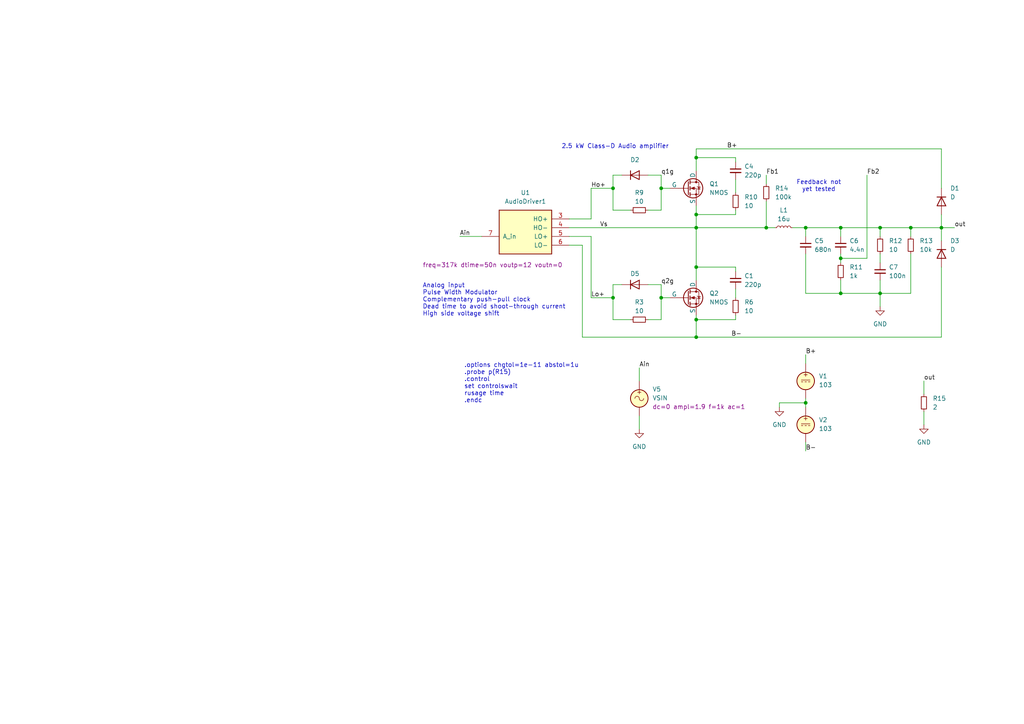
<source format=kicad_sch>
(kicad_sch (version 20230819) (generator eeschema)
  (paper "A4")
  (title_block (title "2.5 kW Class-D Audio amplifier") (company "Holger Vogt") (comment 2 "REF_IRS2461S_5KW-UserManual-v01_00-EN.pdf") (comment 3 "https://www.infineon.com/dgdl/Infineon-Class_D_audio_reference_board_") (comment 4 "Circuit idea:"))
  (lib_symbols
    (symbol "AudioDriver:AudioDriver1" (pin_names (offset 1.016))
      (property "Reference" "U" (at -7.62 8.89 0))
      (property "Value" "AudioDriver1" (at -7.62 -8.89 0))
      (symbol "AudioDriver1_1_0"
        (pin output line (at 12.7 2.54 180) (length 5.08) (name "HO+") (number "3"))
        (pin output line (at 12.7 0 180) (length 5.08) (name "HO-") (number "4"))
        (pin output line (at 12.7 -2.54 180) (length 5.08) (name "LO+") (number "5"))
        (pin output line (at 12.7 -5.08 180) (length 5.08) (name "LO-") (number "6"))
        (pin input line (at -12.7 -2.54 0) (length 5.08) (name "A_in") (number "7"))
      )
      (symbol "AudioDriver1_1_1"
        (rectangle (start -7.62 5.08) (end 7.62 -7.62) (stroke (width 0.254)) (fill (type background)))
      )
    )
    (symbol "Device:C_Small" (pin_numbers hide) (pin_names (offset 0.254) hide)
      (property "Reference" "C" (at 0.254 1.778 0))
      (property "Value" "C_Small" (at 0.254 -2.032 0))
      (symbol "C_Small_0_1"
        (polyline (pts (xy -1.524 -0.508) (xy 1.524 -0.508)) (stroke (width 0.3302)))
        (polyline (pts (xy -1.524 0.508) (xy 1.524 0.508)) (stroke (width 0.3048)))
      )
      (symbol "C_Small_1_1"
        (pin passive line (at 0 2.54 270) (length 2.032) (name "~") (number "1"))
        (pin passive line (at 0 -2.54 90) (length 2.032) (name "~") (number "2"))
      )
    )
    (symbol "Device:L_Small" (pin_numbers hide) (pin_names (offset 0.254) hide)
      (property "Reference" "L" (at 0.762 1.016 0))
      (property "Value" "L_Small" (at 0.762 -1.016 0))
      (symbol "L_Small_0_1"
        (arc (start 0 -2.032) (mid 0.5058 -1.524) (end 0 -1.016))
        (arc (start 0 -1.016) (mid 0.5058 -0.508) (end 0 0))
        (arc (start 0 0) (mid 0.5058 0.508) (end 0 1.016))
        (arc (start 0 1.016) (mid 0.5058 1.524) (end 0 2.032))
      )
      (symbol "L_Small_1_1"
        (pin passive line (at 0 2.54 270) (length 0.508) (name "~") (number "1"))
        (pin passive line (at 0 -2.54 90) (length 0.508) (name "~") (number "2"))
      )
    )
    (symbol "Device:R_Small" (pin_numbers hide) (pin_names (offset 0.254) hide)
      (property "Reference" "R" (at 0.762 0.508 0))
      (property "Value" "R_Small" (at 0.762 -1.016 0))
      (symbol "R_Small_0_1"
        (rectangle (start -0.762 1.778) (end 0.762 -1.778) (stroke (width 0.2032)))
      )
      (symbol "R_Small_1_1"
        (pin passive line (at 0 2.54 270) (length 0.762) (name "~") (number "1"))
        (pin passive line (at 0 -2.54 90) (length 0.762) (name "~") (number "2"))
      )
    )
    (symbol "Simulation_SPICE:D" (pin_numbers hide) (pin_names (offset 1.016) hide)
      (property "Reference" "D" (at 0 2.54 0))
      (property "Value" "D" (at 0 -2.54 0))
      (property "Sim.Device" "D" (at 0 0 0))
      (property "Sim.Pins" "1=K 2=A" (at 0 0 0))
      (symbol "D_0_1"
        (polyline (pts (xy -1.27 1.27) (xy -1.27 -1.27)) (stroke (width 0.254)))
        (polyline (pts (xy 1.27 0) (xy -1.27 0)))
        (polyline (pts (xy 1.27 1.27) (xy 1.27 -1.27) (xy -1.27 0) (xy 1.27 1.27)) (stroke (width 0.254)))
      )
      (symbol "D_1_1"
        (pin passive line (at -3.81 0 0) (length 2.54) (name "K") (number "1"))
        (pin passive line (at 3.81 0 180) (length 2.54) (name "A") (number "2"))
      )
    )
    (symbol "Simulation_SPICE:NMOS" (pin_numbers hide) (pin_names (offset 0))
      (property "Reference" "Q" (at 5.08 1.27 0))
      (property "Value" "NMOS" (at 5.08 -1.27 0))
      (symbol "NMOS_0_1"
        (polyline (pts (xy 0.254 0) (xy -2.54 0)))
        (polyline (pts (xy 0.254 1.905) (xy 0.254 -1.905)) (stroke (width 0.254)))
        (polyline (pts (xy 0.762 -1.27) (xy 0.762 -2.286)) (stroke (width 0.254)))
        (polyline (pts (xy 0.762 0.508) (xy 0.762 -0.508)) (stroke (width 0.254)))
        (polyline (pts (xy 0.762 2.286) (xy 0.762 1.27)) (stroke (width 0.254)))
        (polyline (pts (xy 2.54 2.54) (xy 2.54 1.778)))
        (polyline (pts (xy 2.54 -2.54) (xy 2.54 0) (xy 0.762 0)))
        (polyline (pts (xy 0.762 -1.778) (xy 3.302 -1.778) (xy 3.302 1.778) (xy 0.762 1.778)))
        (polyline (pts (xy 1.016 0) (xy 2.032 0.381) (xy 2.032 -0.381) (xy 1.016 0)) (fill (type outline)))
        (polyline (pts (xy 2.794 0.508) (xy 2.921 0.381) (xy 3.683 0.381) (xy 3.81 0.254)))
        (polyline (pts (xy 3.302 0.381) (xy 2.921 -0.254) (xy 3.683 -0.254) (xy 3.302 0.381)))
        (circle (center 1.651 0) (radius 2.794) (stroke (width 0.254)))
        (circle (center 2.54 -1.778) (radius 0.254) (fill (type outline)))
        (circle (center 2.54 1.778) (radius 0.254) (fill (type outline)))
      )
      (symbol "NMOS_1_1"
        (pin passive line (at 2.54 5.08 270) (length 2.54) (name "D") (number "1"))
        (pin input line (at -5.08 0 0) (length 2.54) (name "G") (number "2"))
        (pin passive line (at 2.54 -5.08 90) (length 2.54) (name "S") (number "3"))
      )
    )
    (symbol "Simulation_SPICE:VDC" (pin_numbers hide) (pin_names (offset 0.0254))
      (property "Reference" "V" (at 2.54 2.54 0))
      (property "Value" "1" (at 2.54 0 0))
      (symbol "VDC_0_0"
        (polyline (pts (xy -1.27 0.254) (xy 1.27 0.254)))
        (polyline (pts (xy -0.762 -0.254) (xy -1.27 -0.254)))
        (polyline (pts (xy 0.254 -0.254) (xy -0.254 -0.254)))
        (polyline (pts (xy 1.27 -0.254) (xy 0.762 -0.254)))
        (text "+" (at 0 1.905 0) (effects (font (size 1.27 1.27))))
      )
      (symbol "VDC_0_1"
        (circle (center 0 0) (radius 2.54) (stroke (width 0.254)) (fill (type background)))
      )
      (symbol "VDC_1_1"
        (pin passive line (at 0 5.08 270) (length 2.54) (name "~") (number "1"))
        (pin passive line (at 0 -5.08 90) (length 2.54) (name "~") (number "2"))
      )
    )
    (symbol "Simulation_SPICE:VSIN" (pin_numbers hide) (pin_names (offset 0.0254))
      (property "Reference" "V" (at 2.54 2.54 0))
      (property "Value" "VSIN" (at 2.54 0 0))
      (property "Sim.Params" "dc=0 ampl=1 f=1k ac=1" (at 2.54 -2.54 0))
      (symbol "VSIN_0_0"
        (arc (start 0 0) (mid -0.635 0.6323) (end -1.27 0))
        (arc (start 0 0) (mid 0.635 -0.6323) (end 1.27 0))
        (text "+" (at 0 1.905 0) (effects (font (size 1.27 1.27))))
      )
      (symbol "VSIN_0_1"
        (circle (center 0 0) (radius 2.54) (stroke (width 0.254)) (fill (type background)))
      )
      (symbol "VSIN_1_1"
        (pin passive line (at 0 5.08 270) (length 2.54) (name "~") (number "1"))
        (pin passive line (at 0 -5.08 90) (length 2.54) (name "~") (number "2"))
      )
    )
    (symbol "power:GND" (power) (pin_names (offset 0))
      (property "Value" "GND" (at 0 -3.81 0))
      (symbol "GND_0_1"
        (polyline (pts (xy 0 0) (xy 0 -1.27) (xy 1.27 -1.27) (xy 0 -2.54) (xy -1.27 -1.27) (xy 0 -1.27)))
      )
      (symbol "GND_1_1"
        (pin power_in line (at 0 0 270) (length 0) hide (name "GND") (number "1"))
      )
    )
  )
  (junction (at 191.77 86.36))
  (junction (at 177.8 86.36))
  (junction (at 201.93 62.23))
  (junction (at 201.93 45.72))
  (junction (at 201.93 66.04))
  (junction (at 201.93 97.79))
  (junction (at 243.84 85.09))
  (junction (at 191.77 54.61))
  (junction (at 201.93 77.47))
  (junction (at 243.84 66.04))
  (junction (at 233.68 116.84))
  (junction (at 201.93 92.71))
  (junction (at 255.27 66.04))
  (junction (at 273.05 66.04))
  (junction (at 177.8 54.61))
  (junction (at 255.27 85.09))
  (junction (at 264.16 66.04))
  (junction (at 233.68 66.04))
  (junction (at 222.25 66.04))
  (junction (at 243.84 74.93))
  (wire (pts (xy 201.93 66.04) (xy 222.25 66.04)))
  (wire (pts (xy 165.1 66.04) (xy 201.93 66.04)))
  (wire (pts (xy 187.96 92.71) (xy 191.77 92.71)))
  (wire (pts (xy 222.25 50.8) (xy 222.25 53.34)))
  (wire (pts (xy 226.06 118.11) (xy 226.06 116.84)))
  (wire (pts (xy 233.68 66.04) (xy 233.68 68.58)))
  (wire (pts (xy 273.05 66.04) (xy 273.05 69.85)))
  (wire (pts (xy 264.16 85.09) (xy 255.27 85.09)))
  (wire (pts (xy 233.68 102.87) (xy 233.68 105.41)))
  (wire (pts (xy 191.77 86.36) (xy 194.31 86.36)))
  (wire (pts (xy 201.93 97.79) (xy 273.05 97.79)))
  (wire (pts (xy 201.93 59.69) (xy 201.93 62.23)))
  (wire (pts (xy 191.77 50.8) (xy 187.96 50.8)))
  (wire (pts (xy 213.36 52.07) (xy 213.36 55.88)))
  (wire (pts (xy 201.93 92.71) (xy 201.93 97.79)))
  (wire (pts (xy 243.84 66.04) (xy 243.84 68.58)))
  (wire (pts (xy 222.25 58.42) (xy 222.25 66.04)))
  (wire (pts (xy 201.93 43.18) (xy 273.05 43.18)))
  (wire (pts (xy 177.8 86.36) (xy 177.8 82.55)))
  (wire (pts (xy 255.27 73.66) (xy 255.27 76.2)))
  (wire (pts (xy 213.36 83.82) (xy 213.36 86.36)))
  (wire (pts (xy 191.77 54.61) (xy 191.77 50.8)))
  (wire (pts (xy 177.8 60.96) (xy 182.88 60.96)))
  (wire (pts (xy 264.16 66.04) (xy 264.16 68.58)))
  (wire (pts (xy 177.8 54.61) (xy 177.8 60.96)))
  (wire (pts (xy 191.77 92.71) (xy 191.77 86.36)))
  (wire (pts (xy 267.97 119.38) (xy 267.97 123.19)))
  (wire (pts (xy 201.93 77.47) (xy 213.36 77.47)))
  (wire (pts (xy 243.84 73.66) (xy 243.84 74.93)))
  (wire (pts (xy 177.8 54.61) (xy 177.8 50.8)))
  (wire (pts (xy 255.27 81.28) (xy 255.27 85.09)))
  (wire (pts (xy 191.77 86.36) (xy 191.77 82.55)))
  (wire (pts (xy 177.8 86.36) (xy 177.8 92.71)))
  (wire (pts (xy 255.27 85.09) (xy 243.84 85.09)))
  (wire (pts (xy 233.68 66.04) (xy 243.84 66.04)))
  (wire (pts (xy 264.16 66.04) (xy 273.05 66.04)))
  (wire (pts (xy 233.68 115.57) (xy 233.68 116.84)))
  (wire (pts (xy 251.46 50.8) (xy 251.46 74.93)))
  (wire (pts (xy 177.8 82.55) (xy 180.34 82.55)))
  (wire (pts (xy 201.93 43.18) (xy 201.93 45.72)))
  (wire (pts (xy 213.36 60.96) (xy 213.36 62.23)))
  (wire (pts (xy 168.91 71.12) (xy 168.91 97.79)))
  (wire (pts (xy 201.93 81.28) (xy 201.93 77.47)))
  (wire (pts (xy 165.1 68.58) (xy 171.45 68.58)))
  (wire (pts (xy 177.8 92.71) (xy 182.88 92.71)))
  (wire (pts (xy 201.93 91.44) (xy 201.93 92.71)))
  (wire (pts (xy 213.36 46.99) (xy 213.36 45.72)))
  (wire (pts (xy 171.45 63.5) (xy 171.45 54.61)))
  (wire (pts (xy 243.84 85.09) (xy 243.84 81.28)))
  (wire (pts (xy 273.05 77.47) (xy 273.05 97.79)))
  (wire (pts (xy 201.93 66.04) (xy 201.93 77.47)))
  (wire (pts (xy 233.68 73.66) (xy 233.68 85.09)))
  (wire (pts (xy 213.36 62.23) (xy 201.93 62.23)))
  (wire (pts (xy 255.27 85.09) (xy 255.27 88.9)))
  (wire (pts (xy 171.45 86.36) (xy 177.8 86.36)))
  (wire (pts (xy 229.87 66.04) (xy 233.68 66.04)))
  (wire (pts (xy 255.27 66.04) (xy 255.27 68.58)))
  (wire (pts (xy 226.06 116.84) (xy 233.68 116.84)))
  (wire (pts (xy 165.1 63.5) (xy 171.45 63.5)))
  (wire (pts (xy 191.77 54.61) (xy 194.31 54.61)))
  (wire (pts (xy 233.68 128.27) (xy 233.68 130.81)))
  (wire (pts (xy 201.93 92.71) (xy 213.36 92.71)))
  (wire (pts (xy 233.68 85.09) (xy 243.84 85.09)))
  (wire (pts (xy 213.36 45.72) (xy 201.93 45.72)))
  (wire (pts (xy 243.84 66.04) (xy 255.27 66.04)))
  (wire (pts (xy 243.84 74.93) (xy 243.84 76.2)))
  (wire (pts (xy 273.05 43.18) (xy 273.05 54.61)))
  (wire (pts (xy 243.84 74.93) (xy 251.46 74.93)))
  (wire (pts (xy 177.8 50.8) (xy 180.34 50.8)))
  (wire (pts (xy 213.36 91.44) (xy 213.36 92.71)))
  (wire (pts (xy 213.36 77.47) (xy 213.36 78.74)))
  (wire (pts (xy 168.91 97.79) (xy 201.93 97.79)))
  (wire (pts (xy 171.45 54.61) (xy 177.8 54.61)))
  (wire (pts (xy 201.93 62.23) (xy 201.93 66.04)))
  (wire (pts (xy 273.05 62.23) (xy 273.05 66.04)))
  (wire (pts (xy 233.68 116.84) (xy 233.68 118.11)))
  (wire (pts (xy 267.97 110.49) (xy 267.97 114.3)))
  (wire (pts (xy 191.77 60.96) (xy 191.77 54.61)))
  (wire (pts (xy 185.42 106.68) (xy 185.42 110.49)))
  (wire (pts (xy 187.96 60.96) (xy 191.77 60.96)))
  (wire (pts (xy 201.93 45.72) (xy 201.93 49.53)))
  (wire (pts (xy 255.27 66.04) (xy 264.16 66.04)))
  (wire (pts (xy 273.05 66.04) (xy 276.86 66.04)))
  (wire (pts (xy 171.45 68.58) (xy 171.45 86.36)))
  (wire (pts (xy 264.16 73.66) (xy 264.16 85.09)))
  (wire (pts (xy 222.25 66.04) (xy 224.79 66.04)))
  (wire (pts (xy 185.42 120.65) (xy 185.42 124.46)))
  (wire (pts (xy 133.35 68.58) (xy 139.7 68.58)))
  (wire (pts (xy 165.1 71.12) (xy 168.91 71.12)))
  (wire (pts (xy 191.77 82.55) (xy 187.96 82.55)))
  (text "Analog input\nPulse Width Modulator\nComplementary push-pull clock\nDead time to avoid shoot-through current\nHigh side voltage shift" (at 122.555 86.995 0) (effects (font (size 1.27 1.27)) (justify left)))
  (text ".options chgtol=1e-11 abstol=1u \n.probe p(R15)\n.control\nset controlswait\nrusage time\n.endc\n" (at 134.62 111.125 0) (effects (font (size 1.27 1.27)) (justify left)))
  (text "2.5 kW Class-D Audio amplifier" (at 178.435 42.545 0) (effects (font (size 1.27 1.27))))
  (text "Feedback not\nyet tested" (at 237.49 53.975 0) (effects (font (size 1.27 1.27))))
  (label "B-" (at 233.68 130.81 0))
  (label "B+" (at 210.82 43.18 0))
  (label "out" (at 276.86 66.04 0))
  (label "B+" (at 233.68 102.87 0))
  (label "Ain" (at 185.42 106.68 0))
  (label "Vs" (at 173.99 66.04 0))
  (label "Fb1" (at 222.25 50.8 0))
  (label "Ho+" (at 171.45 54.61 0))
  (label "q2g" (at 191.77 82.55 0))
  (label "B-" (at 212.09 97.79 0))
  (label "Lo+" (at 171.45 86.36 0))
  (label "out" (at 267.97 110.49 0))
  (label "q1g" (at 191.77 50.8 0))
  (label "Ain" (at 133.35 68.58 0))
  (label "Fb2" (at 251.46 50.8 0))
  (symbol (lib_id "Device:R_Small") (at 267.97 116.84 180) (unit 1)
    (property "Reference" "R15" (at 270.51 115.5699 0) (effects (justify right)))
    (property "Value" "2" (at 270.51 118.1099 0) (effects (justify right)))
    (property "Description" "Resistor, small symbol" (effects hide))
  )
  (symbol (lib_id "Device:C_Small") (at 213.36 49.53 0) (unit 1)
    (property "Reference" "C4" (at 215.9 48.2662 0) (effects (justify left)))
    (property "Value" "220p" (at 215.9 50.8062 0) (effects (justify left)))
    (property "Description" "Unpolarized capacitor, small symbol" (effects hide))
  )
  (symbol (lib_id "Device:R_Small") (at 222.25 55.88 180) (unit 1)
    (property "Reference" "R14" (at 224.79 54.6099 0) (effects (justify right)))
    (property "Value" "100k" (at 224.79 57.1499 0) (effects (justify right)))
    (property "Description" "Resistor, small symbol" (effects hide))
  )
  (symbol (lib_id "Simulation_SPICE:VDC") (at 233.68 123.19 0) (unit 1)
    (property "Reference" "V2" (at 237.49 121.7901 0) (effects (justify left)))
    (property "Value" "103" (at 237.49 124.3301 0) (effects (justify left)))
    (property "Description" "Voltage source, DC" (effects hide))
    (property "Sim.Pins" "1=+ 2=-" (effects hide))
    (property "Sim.Type" "DC" (effects hide))
    (property "Sim.Device" "V" (effects hide))
  )
  (symbol (lib_id "Device:C_Small") (at 255.27 78.74 0) (unit 1)
    (property "Reference" "C7" (at 257.81 77.4762 0) (effects (justify left)))
    (property "Value" "100n" (at 257.81 80.0162 0) (effects (justify left)))
    (property "Description" "Unpolarized capacitor, small symbol" (effects hide))
  )
  (symbol (lib_id "Device:R_Small") (at 213.36 88.9 180) (unit 1)
    (property "Reference" "R6" (at 215.9 87.6299 0) (effects (justify right)))
    (property "Value" "10" (at 215.9 90.1699 0) (effects (justify right)))
    (property "Description" "Resistor, small symbol" (effects hide))
  )
  (symbol (lib_id "Simulation_SPICE:VDC") (at 233.68 110.49 0) (unit 1)
    (property "Reference" "V1" (at 237.49 109.0901 0) (effects (justify left)))
    (property "Value" "103" (at 237.49 111.6301 0) (effects (justify left)))
    (property "Description" "Voltage source, DC" (effects hide))
    (property "Sim.Pins" "1=+ 2=-" (effects hide))
    (property "Sim.Type" "DC" (effects hide))
    (property "Sim.Device" "V" (effects hide))
  )
  (symbol (lib_id "Device:R_Small") (at 264.16 71.12 180) (unit 1)
    (property "Reference" "R13" (at 266.7 69.8499 0) (effects (justify right)))
    (property "Value" "10k" (at 266.7 72.3899 0) (effects (justify right)))
    (property "Description" "Resistor, small symbol" (effects hide))
  )
  (symbol (lib_id "Simulation_SPICE:D") (at 184.15 50.8 0) (unit 1)
    (property "Reference" "D2" (at 184.15 46.355 0))
    (property "Value" "D" (effects hide))
    (property "Description" "Diode for simulation or PCB" (effects hide))
    (property "Sim.Device" "D" (effects hide))
    (property "Sim.Pins" "1=K 2=A" (effects hide))
  )
  (symbol (lib_id "Simulation_SPICE:VSIN") (at 185.42 115.57 0) (unit 1)
    (property "Reference" "V5" (at 189.23 112.9001 0) (effects (justify left)))
    (property "Value" "VSIN" (at 189.23 115.4401 0) (effects (justify left)))
    (property "Description" "Voltage source, sinusoidal" (effects hide))
    (property "Sim.Pins" "1=+ 2=-" (effects hide))
    (property "Sim.Params" "dc=0 ampl=1.9 f=1k ac=1" (at 189.23 117.9801 0) (effects (justify left)))
    (property "Sim.Type" "SIN" (effects hide))
    (property "Sim.Device" "V" (effects hide))
  )
  (symbol (lib_id "power:GND") (at 185.42 124.46 0) (unit 1)
    (property "Reference" "#PWR03" (effects hide))
    (property "Value" "GND" (at 185.42 129.54 0))
    (property "Description" "Power symbol creates a global label with name \"GND\" , ground" (effects hide))
  )
  (symbol (lib_id "Simulation_SPICE:D") (at 184.15 82.55 0) (unit 1)
    (property "Reference" "D5" (at 184.15 79.375 0))
    (property "Value" "D" (effects hide))
    (property "Description" "Diode for simulation or PCB" (effects hide))
    (property "Sim.Device" "D" (effects hide))
    (property "Sim.Pins" "1=K 2=A" (effects hide))
  )
  (symbol (lib_id "Simulation_SPICE:NMOS") (at 199.39 54.61 0) (unit 1)
    (property "Reference" "Q1" (at 205.74 53.3399 0) (effects (justify left)))
    (property "Value" "NMOS" (at 205.74 55.8799 0) (effects (justify left)))
    (property "Datasheet" "https://ngspice.sourceforge.io/docs/ngspice-manual.pdf" (effects hide))
    (property "Description" "N-MOSFET transistor, drain/source/gate" (effects hide))
    (property "Sim.Device" "NMOS" (effects hide))
    (property "Sim.Type" "VDMOS" (effects hide))
    (property "Sim.Pins" "1=D 2=G 3=S" (effects hide))
  )
  (symbol (lib_id "Device:R_Small") (at 185.42 92.71 270) (unit 1)
    (property "Reference" "R3" (at 185.42 87.63 90))
    (property "Value" "10" (at 185.42 90.17 90))
    (property "Description" "Resistor, small symbol" (effects hide))
  )
  (symbol (lib_id "Device:R_Small") (at 213.36 58.42 180) (unit 1)
    (property "Reference" "R10" (at 215.9 57.1499 0) (effects (justify right)))
    (property "Value" "10" (at 215.9 59.6899 0) (effects (justify right)))
    (property "Description" "Resistor, small symbol" (effects hide))
  )
  (symbol (lib_id "Device:R_Small") (at 243.84 78.74 180) (unit 1)
    (property "Reference" "R11" (at 246.38 77.4699 0) (effects (justify right)))
    (property "Value" "1k" (at 246.38 80.0099 0) (effects (justify right)))
    (property "Description" "Resistor, small symbol" (effects hide))
  )
  (symbol (lib_id "Device:C_Small") (at 233.68 71.12 0) (unit 1)
    (property "Reference" "C5" (at 236.22 69.8562 0) (effects (justify left)))
    (property "Value" "680n" (at 236.22 72.3962 0) (effects (justify left)))
    (property "Description" "Unpolarized capacitor, small symbol" (effects hide))
  )
  (symbol (lib_id "AudioDriver:AudioDriver1") (at 152.4 66.04 0) (unit 1)
    (property "Reference" "U1" (at 152.4 55.88 0))
    (property "Value" "AudioDriver1" (at 152.4 58.42 0))
    (property "Description" "Class D audio driver" (effects hide))
    (property "Sim.Library" "DAudioDriver_os.lib" (effects hide))
    (property "Sim.Name" "DAudioDriver" (effects hide))
    (property "Sim.Device" "SUBCKT" (effects hide))
    (property "Sim.Pins" "3=hi+ 4=hi- 5=lo+ 6=lo- 7=ain" (effects hide))
    (property "Sim.Params" "freq=317k dtime=50n voutp=12 voutn=0" (at 142.875 76.835 0))
  )
  (symbol (lib_id "Device:C_Small") (at 243.84 71.12 0) (unit 1)
    (property "Reference" "C6" (at 246.38 69.8562 0) (effects (justify left)))
    (property "Value" "4.4n" (at 246.38 72.3962 0) (effects (justify left)))
    (property "Description" "Unpolarized capacitor, small symbol" (effects hide))
  )
  (symbol (lib_id "Simulation_SPICE:D") (at 273.05 73.66 270) (unit 1)
    (property "Reference" "D3" (at 275.59 69.8499 90) (effects (justify left)))
    (property "Value" "D" (at 275.59 72.3899 90) (effects (justify left)))
    (property "Description" "Diode for simulation or PCB" (effects hide))
    (property "Sim.Device" "D" (effects hide))
    (property "Sim.Pins" "1=K 2=A" (effects hide))
  )
  (symbol (lib_id "Device:R_Small") (at 255.27 71.12 180) (unit 1)
    (property "Reference" "R12" (at 257.81 69.8499 0) (effects (justify right)))
    (property "Value" "10" (at 257.81 72.3899 0) (effects (justify right)))
    (property "Description" "Resistor, small symbol" (effects hide))
  )
  (symbol (lib_id "power:GND") (at 267.97 123.19 0) (unit 1)
    (property "Reference" "#PWR04" (effects hide))
    (property "Value" "GND" (at 267.97 128.27 0))
    (property "Description" "Power symbol creates a global label with name \"GND\" , ground" (effects hide))
  )
  (symbol (lib_id "Device:R_Small") (at 185.42 60.96 270) (unit 1)
    (property "Reference" "R9" (at 185.42 55.88 90))
    (property "Value" "10" (at 185.42 58.42 90))
    (property "Description" "Resistor, small symbol" (effects hide))
  )
  (symbol (lib_id "power:GND") (at 226.06 118.11 0) (unit 1)
    (property "Reference" "#PWR02" (effects hide))
    (property "Value" "GND" (at 226.06 123.19 0))
    (property "Description" "Power symbol creates a global label with name \"GND\" , ground" (effects hide))
  )
  (symbol (lib_id "Device:L_Small") (at 227.33 66.04 90) (unit 1)
    (property "Reference" "L1" (at 227.33 60.96 90))
    (property "Value" "16u" (at 227.33 63.5 90))
    (property "Description" "Inductor, small symbol" (effects hide))
    (property "Sim.Device" "L" (effects hide))
    (property "Sim.Pins" "1=+ 2=-" (effects hide))
  )
  (symbol (lib_id "Simulation_SPICE:D") (at 273.05 58.42 270) (unit 1)
    (property "Reference" "D1" (at 275.59 54.6099 90) (effects (justify left)))
    (property "Value" "D" (at 275.59 57.1499 90) (effects (justify left)))
    (property "Description" "Diode for simulation or PCB" (effects hide))
    (property "Sim.Device" "D" (effects hide))
    (property "Sim.Pins" "1=K 2=A" (effects hide))
  )
  (symbol (lib_id "power:GND") (at 255.27 88.9 0) (unit 1)
    (property "Reference" "#PWR01" (effects hide))
    (property "Value" "GND" (at 255.27 93.98 0))
    (property "Description" "Power symbol creates a global label with name \"GND\" , ground" (effects hide))
  )
  (symbol (lib_id "Device:C_Small") (at 213.36 81.28 0) (unit 1)
    (property "Reference" "C1" (at 215.9 80.0162 0) (effects (justify left)))
    (property "Value" "220p" (at 215.9 82.5562 0) (effects (justify left)))
    (property "Description" "Unpolarized capacitor, small symbol" (effects hide))
  )
  (symbol (lib_id "Simulation_SPICE:NMOS") (at 199.39 86.36 0) (unit 1)
    (property "Reference" "Q2" (at 205.74 85.0899 0) (effects (justify left)))
    (property "Value" "NMOS" (at 205.74 87.6299 0) (effects (justify left)))
    (property "Datasheet" "https://ngspice.sourceforge.io/docs/ngspice-manual.pdf" (effects hide))
    (property "Description" "N-MOSFET transistor, drain/source/gate" (effects hide))
    (property "Sim.Device" "NMOS" (effects hide))
    (property "Sim.Type" "VDMOS" (effects hide))
    (property "Sim.Pins" "1=D 2=G 3=S" (effects hide))
  )
)
</source>
